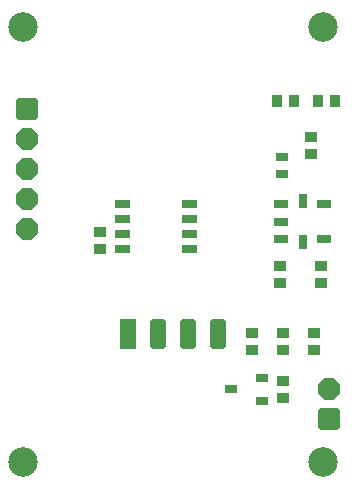
<source format=gts>
%FSLAX35Y35*%
%MOIN*%
%IN18=Loetstoppmaskeoben(X.StopTop)*%
%ADD10C,0.00197*%
%ADD11C,0.00205*%
%ADD12C,0.00256*%
%ADD13C,0.00500*%
%ADD14C,0.00512*%
%ADD15C,0.00591*%
%ADD16C,0.00768*%
%ADD17C,0.00787*%
%ADD18C,0.01181*%
%ADD19C,0.01575*%
%ADD20C,0.01969*%
%ADD21C,0.02362*%
%ADD22C,0.03150*%
%ADD23C,0.09843*%
%AMR_24*21,1,0.01181,0.01181,0,0,0.000*%
%ADD24R_24*%
%AMR_25*21,1,0.01969,0.01969,0,0,0.000*%
%ADD25R_25*%
%AMR_26*21,1,0.02362,0.04724,0,0,0.000*%
%ADD26R_26*%
%AMR_27*21,1,0.02756,0.04331,0,0,90.000*%
%ADD27R_27*%
%AMR_28*21,1,0.02953,0.04331,0,0,90.000*%
%ADD28R_28*%
%AMR_29*21,1,0.03150,0.04331,0,0,0.000*%
%ADD29R_29*%
%AMR_30*21,1,0.03150,0.04331,0,0,90.000*%
%ADD30R_30*%
%AMR_31*21,1,0.03150,0.04331,0,0,270.000*%
%ADD31R_31*%
%AMR_32*21,1,0.03543,0.04331,0,0,90.000*%
%ADD32R_32*%
%AMR_33*21,1,0.04724,0.02362,0,0,0.000*%
%ADD33R_33*%
%AMR_34*21,1,0.04724,0.07087,0,0,90.000*%
%ADD34R_34*%
%AMR_35*21,1,0.05000,0.02500,0,0,0.000*%
%ADD35R_35*%
%AMR_36*21,1,0.05512,0.05512,0,0,0.000*%
%ADD36R_36*%
%AMR_37*21,1,0.05512,0.05512,0,0,180.000*%
%ADD37R_37*%
%AMR_38*21,1,0.06250,0.06250,0,0,0.000*%
%ADD38R_38*%
%AMR_39*21,1,0.06250,0.07500,0,0,0.000*%
%ADD39R_39*%
%AMR_40*21,1,0.06693,0.04724,0,0,270.000*%
%ADD40R_40*%
%AMR_41*21,1,0.07500,0.07500,0,0,0.000*%
%ADD41R_41*%
%AMR_42*21,1,0.10236,0.05512,0,0,90.000*%
%ADD42R_42*%
%AMR_43*21,1,0.13189,0.07874,0,0,270.000*%
%ADD43R_43*%
%AMR_44*21,1,0.16250,0.19685,0,0,0.000*%
%ADD44R_44*%
%AMR_45*21,1,0.19685,0.19685,0,0,0.000*%
%ADD45R_45*%
%AMOCT_46*4,1,8,0.019685,0.013780,0.009843,0.023622,-0.009843,0.023622,-0.019685,0.013780,-0.019685,-0.013780,-0.009843,-0.023622,0.009843,-0.023622,0.019685,-0.013780,0.019685,0.013780,0.000*%
%ADD46OCT_46*%
%AMOCT_47*4,1,8,0.023622,0.009843,0.013780,0.019685,-0.013780,0.019685,-0.023622,0.009843,-0.023622,-0.009843,-0.013780,-0.019685,0.013780,-0.019685,0.023622,-0.009843,0.023622,0.009843,0.000*%
%ADD47OCT_47*%
%AMOCT_48*4,1,8,0.023622,0.011811,0.011811,0.023622,-0.011811,0.023622,-0.023622,0.011811,-0.023622,-0.011811,-0.011811,-0.023622,0.011811,-0.023622,0.023622,-0.011811,0.023622,0.011811,0.000*%
%ADD48OCT_48*%
%AMOCT_49*4,1,8,0.035433,0.017717,0.017717,0.035433,-0.017717,0.035433,-0.035433,0.017717,-0.035433,-0.017717,-0.017717,-0.035433,0.017717,-0.035433,0.035433,-0.017717,0.035433,0.017717,90.000*%
%ADD49OCT_49*%
%AMOCT_50*4,1,8,0.035433,0.017717,0.017717,0.035433,-0.017717,0.035433,-0.035433,0.017717,-0.035433,-0.017717,-0.017717,-0.035433,0.017717,-0.035433,0.035433,-0.017717,0.035433,0.017717,270.000*%
%ADD50OCT_50*%
%AMRR_51*21,1,0.01969,0.09843,0,0,180.000*21,1,0.01575,0.10236,0,0,180.000*1,1,0.00394,-0.00787,-0.04921*1,1,0.00394,0.00787,0.04921*1,1,0.00394,-0.00787,0.04921*1,1,0.00394,0.00787,-0.04921*%
%ADD51RR_51*%
%AMRR_52*21,1,0.02756,0.04173,0,0,180.000*21,1,0.02205,0.04724,0,0,180.000*1,1,0.00551,-0.01102,-0.02087*1,1,0.00551,0.01102,0.02087*1,1,0.00551,-0.01102,0.02087*1,1,0.00551,0.01102,-0.02087*%
%ADD52RR_52*%
%AMRR_53*21,1,0.02756,0.03346,0,0,180.000*21,1,0.01378,0.04724,0,0,180.000*1,1,0.01378,-0.00689,-0.01673*1,1,0.01378,0.00689,0.01673*1,1,0.01378,-0.00689,0.01673*1,1,0.01378,0.00689,-0.01673*%
%ADD53RR_53*%
%AMRR_54*21,1,0.07087,0.05669,0,0,90.000*21,1,0.05669,0.07087,0,0,90.000*1,1,0.01417,-0.02835,0.02835*1,1,0.01417,0.02835,-0.02835*1,1,0.01417,0.02835,0.02835*1,1,0.01417,-0.02835,-0.02835*%
%ADD54RR_54*%
%AMRR_55*21,1,0.07087,0.05669,0,0,270.000*21,1,0.05669,0.07087,0,0,270.000*1,1,0.01417,0.02835,-0.02835*1,1,0.01417,-0.02835,0.02835*1,1,0.01417,-0.02835,-0.02835*1,1,0.01417,0.02835,0.02835*%
%ADD55RR_55*%
%AMRR_56*21,1,0.08268,0.08583,0,0,180.000*21,1,0.06614,0.10236,0,0,180.000*1,1,0.01654,-0.03307,-0.04291*1,1,0.01654,0.03307,0.04291*1,1,0.01654,-0.03307,0.04291*1,1,0.01654,0.03307,-0.04291*%
%ADD56RR_56*%
%AMRR_57*21,1,0.08500,0.03400,0,0,0.000*21,1,0.07650,0.04250,0,0,0.000*1,1,0.00850,0.03825,0.01700*1,1,0.00850,-0.03825,-0.01700*1,1,0.00850,0.03825,-0.01700*1,1,0.00850,-0.03825,0.01700*%
%ADD57RR_57*%
%AMRR_58*21,1,0.10000,0.04000,0,0,0.000*21,1,0.09000,0.05000,0,0,0.000*1,1,0.01000,0.04500,0.02000*1,1,0.01000,-0.04500,-0.02000*1,1,0.01000,0.04500,-0.02000*1,1,0.01000,-0.04500,0.02000*%
%ADD58RR_58*%
%AMRR_59*21,1,0.10236,0.02756,0,0,90.000*21,1,0.07480,0.05512,0,0,90.000*1,1,0.02756,-0.01378,0.03740*1,1,0.02756,0.01378,-0.03740*1,1,0.02756,0.01378,0.03740*1,1,0.02756,-0.01378,-0.03740*%
%ADD59RR_59*%
G54D23*
X108750Y153750D03*
X8750Y153750D03*
X8750Y8750D03*
X108750Y8750D03*
G54D26*
X101875Y81860D03*
X101875Y95639D03*
G54D27*
X88243Y29072D03*
X88243Y36552D03*
X78006Y32812D03*
G54D28*
X95000Y104700D03*
X95000Y110300D03*
G54D29*
X93450Y129062D03*
X99050Y129062D03*
X107200Y129062D03*
X112800Y129062D03*
G54D30*
X104687Y111262D03*
X104687Y116862D03*
X95312Y45950D03*
X95312Y51550D03*
X105625Y45950D03*
X105625Y51550D03*
G54D31*
X108125Y74050D03*
X108125Y68450D03*
X94375Y74050D03*
X94375Y68450D03*
X95312Y35612D03*
X95312Y30012D03*
X85000Y51550D03*
X85000Y45950D03*
G54D32*
X34375Y79700D03*
X34375Y85300D03*
G54D33*
X94788Y83041D03*
X108961Y83041D03*
X108961Y94458D03*
X94788Y94458D03*
X94788Y88750D03*
G54D35*
X41884Y79687D03*
X41884Y84687D03*
X41884Y89687D03*
X41884Y94687D03*
X64404Y79687D03*
X64404Y84687D03*
X64404Y89687D03*
X64404Y94687D03*
G54D42*
X43750Y51250D03*
G54D49*
X110625Y32812D03*
G54D50*
X10000Y116250D03*
X10000Y106250D03*
X10000Y96250D03*
X10000Y86250D03*
G54D54*
X110625Y22812D03*
G54D55*
X10000Y126250D03*
G54D59*
X53750Y51250D03*
X63750Y51250D03*
X73750Y51250D03*
M02*

</source>
